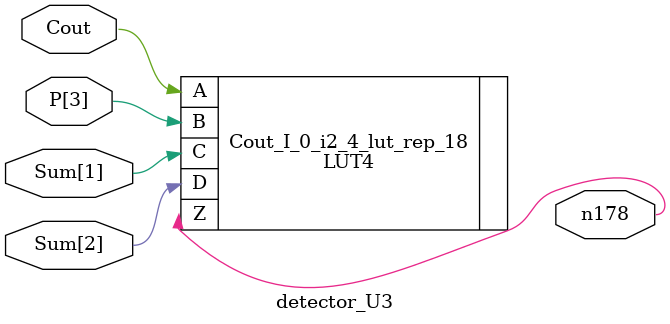
<source format=v>

module bcd_3bits (A, B, Cin, Cout, Sum) /* synthesis syn_module_defined=1 */ ;   // d:/rtl_fpga/verilog/aula21_bcd3bits/bcd_3bits.v(1[8:17])
    input [11:0]A;   // d:/rtl_fpga/verilog/aula21_bcd3bits/bcd_3bits.v(2[14:15])
    input [11:0]B;   // d:/rtl_fpga/verilog/aula21_bcd3bits/bcd_3bits.v(2[16:17])
    input Cin;   // d:/rtl_fpga/verilog/aula21_bcd3bits/bcd_3bits.v(3[7:10])
    output Cout;   // d:/rtl_fpga/verilog/aula21_bcd3bits/bcd_3bits.v(4[8:12])
    output [11:0]Sum;   // d:/rtl_fpga/verilog/aula21_bcd3bits/bcd_3bits.v(5[14:17])
    
    
    wire A_c_11, A_c_10, A_c_9, A_c_8, A_c_7, A_c_6, A_c_5, A_c_4, 
        A_c_3, A_c_2, A_c_1, A_c_0, B_c_11, B_c_10, B_c_9, B_c_8, 
        B_c_7, B_c_6, B_c_5, B_c_4, B_c_3, B_c_2, B_c_1, B_c_0, 
        Cin_c, Sum_c_11, Sum_c_10, Sum_c_9, Sum_c_8, Sum_c_7, Sum_c_6, 
        Sum_c_5, Sum_c_4, Sum_c_3, Sum_c_2, Sum_c_1, Sum_c_0, GND_net, 
        Cout_adj_17, n173, Cout_adj_18, Cout_c;
    wire [3:0]P_adj_54;   // d:/rtl_fpga/verilog/aula21_bcd3bits/bcd_1bit.v(7[12:13])
    wire [3:0]P_adj_79;   // d:/rtl_fpga/verilog/aula21_bcd3bits/bcd_1bit.v(7[12:13])
    
    wire n190, n181, n180, n179, n176, n175, VCC_net;
    
    VLO i163 (.Z(GND_net));
    OB Sum_pad_1 (.I(Sum_c_1), .O(Sum[1]));   // d:/rtl_fpga/verilog/aula21_bcd3bits/bcd_3bits.v(5[14:17])
    OB Sum_pad_2 (.I(Sum_c_2), .O(Sum[2]));   // d:/rtl_fpga/verilog/aula21_bcd3bits/bcd_3bits.v(5[14:17])
    OB Sum_pad_3 (.I(Sum_c_3), .O(Sum[3]));   // d:/rtl_fpga/verilog/aula21_bcd3bits/bcd_3bits.v(5[14:17])
    OB Sum_pad_4 (.I(Sum_c_4), .O(Sum[4]));   // d:/rtl_fpga/verilog/aula21_bcd3bits/bcd_3bits.v(5[14:17])
    OB Sum_pad_5 (.I(Sum_c_5), .O(Sum[5]));   // d:/rtl_fpga/verilog/aula21_bcd3bits/bcd_3bits.v(5[14:17])
    OB Sum_pad_6 (.I(Sum_c_6), .O(Sum[6]));   // d:/rtl_fpga/verilog/aula21_bcd3bits/bcd_3bits.v(5[14:17])
    OB Sum_pad_7 (.I(Sum_c_7), .O(Sum[7]));   // d:/rtl_fpga/verilog/aula21_bcd3bits/bcd_3bits.v(5[14:17])
    OB Sum_pad_8 (.I(Sum_c_8), .O(Sum[8]));   // d:/rtl_fpga/verilog/aula21_bcd3bits/bcd_3bits.v(5[14:17])
    OB Sum_pad_9 (.I(Sum_c_9), .O(Sum[9]));   // d:/rtl_fpga/verilog/aula21_bcd3bits/bcd_3bits.v(5[14:17])
    OB Sum_pad_10 (.I(Sum_c_10), .O(Sum[10]));   // d:/rtl_fpga/verilog/aula21_bcd3bits/bcd_3bits.v(5[14:17])
    OB Sum_pad_11 (.I(Sum_c_11), .O(Sum[11]));   // d:/rtl_fpga/verilog/aula21_bcd3bits/bcd_3bits.v(5[14:17])
    GSR GSR_INST (.GSR(VCC_net));
    OB Cout_pad (.I(Cout_c), .O(Cout));   // d:/rtl_fpga/verilog/aula21_bcd3bits/bcd_3bits.v(4[8:12])
    OB Sum_pad_0 (.I(Sum_c_0), .O(Sum[0]));   // d:/rtl_fpga/verilog/aula21_bcd3bits/bcd_3bits.v(5[14:17])
    IB A_pad_11 (.I(A[11]), .O(A_c_11));   // d:/rtl_fpga/verilog/aula21_bcd3bits/bcd_3bits.v(2[14:15])
    IB A_pad_10 (.I(A[10]), .O(A_c_10));   // d:/rtl_fpga/verilog/aula21_bcd3bits/bcd_3bits.v(2[14:15])
    IB A_pad_9 (.I(A[9]), .O(A_c_9));   // d:/rtl_fpga/verilog/aula21_bcd3bits/bcd_3bits.v(2[14:15])
    IB A_pad_8 (.I(A[8]), .O(A_c_8));   // d:/rtl_fpga/verilog/aula21_bcd3bits/bcd_3bits.v(2[14:15])
    IB A_pad_7 (.I(A[7]), .O(A_c_7));   // d:/rtl_fpga/verilog/aula21_bcd3bits/bcd_3bits.v(2[14:15])
    IB A_pad_6 (.I(A[6]), .O(A_c_6));   // d:/rtl_fpga/verilog/aula21_bcd3bits/bcd_3bits.v(2[14:15])
    IB A_pad_5 (.I(A[5]), .O(A_c_5));   // d:/rtl_fpga/verilog/aula21_bcd3bits/bcd_3bits.v(2[14:15])
    IB A_pad_4 (.I(A[4]), .O(A_c_4));   // d:/rtl_fpga/verilog/aula21_bcd3bits/bcd_3bits.v(2[14:15])
    IB A_pad_3 (.I(A[3]), .O(A_c_3));   // d:/rtl_fpga/verilog/aula21_bcd3bits/bcd_3bits.v(2[14:15])
    IB A_pad_2 (.I(A[2]), .O(A_c_2));   // d:/rtl_fpga/verilog/aula21_bcd3bits/bcd_3bits.v(2[14:15])
    IB A_pad_1 (.I(A[1]), .O(A_c_1));   // d:/rtl_fpga/verilog/aula21_bcd3bits/bcd_3bits.v(2[14:15])
    IB A_pad_0 (.I(A[0]), .O(A_c_0));   // d:/rtl_fpga/verilog/aula21_bcd3bits/bcd_3bits.v(2[14:15])
    IB B_pad_11 (.I(B[11]), .O(B_c_11));   // d:/rtl_fpga/verilog/aula21_bcd3bits/bcd_3bits.v(2[16:17])
    IB B_pad_10 (.I(B[10]), .O(B_c_10));   // d:/rtl_fpga/verilog/aula21_bcd3bits/bcd_3bits.v(2[16:17])
    IB B_pad_9 (.I(B[9]), .O(B_c_9));   // d:/rtl_fpga/verilog/aula21_bcd3bits/bcd_3bits.v(2[16:17])
    IB B_pad_8 (.I(B[8]), .O(B_c_8));   // d:/rtl_fpga/verilog/aula21_bcd3bits/bcd_3bits.v(2[16:17])
    IB B_pad_7 (.I(B[7]), .O(B_c_7));   // d:/rtl_fpga/verilog/aula21_bcd3bits/bcd_3bits.v(2[16:17])
    IB B_pad_6 (.I(B[6]), .O(B_c_6));   // d:/rtl_fpga/verilog/aula21_bcd3bits/bcd_3bits.v(2[16:17])
    IB B_pad_5 (.I(B[5]), .O(B_c_5));   // d:/rtl_fpga/verilog/aula21_bcd3bits/bcd_3bits.v(2[16:17])
    IB B_pad_4 (.I(B[4]), .O(B_c_4));   // d:/rtl_fpga/verilog/aula21_bcd3bits/bcd_3bits.v(2[16:17])
    IB B_pad_3 (.I(B[3]), .O(B_c_3));   // d:/rtl_fpga/verilog/aula21_bcd3bits/bcd_3bits.v(2[16:17])
    IB B_pad_2 (.I(B[2]), .O(B_c_2));   // d:/rtl_fpga/verilog/aula21_bcd3bits/bcd_3bits.v(2[16:17])
    IB B_pad_1 (.I(B[1]), .O(B_c_1));   // d:/rtl_fpga/verilog/aula21_bcd3bits/bcd_3bits.v(2[16:17])
    IB B_pad_0 (.I(B[0]), .O(B_c_0));   // d:/rtl_fpga/verilog/aula21_bcd3bits/bcd_3bits.v(2[16:17])
    IB Cin_pad (.I(Cin), .O(Cin_c));   // d:/rtl_fpga/verilog/aula21_bcd3bits/bcd_3bits.v(3[7:10])
    sum_correction OP3 (.Cout_c(Cout_c), .n173(n173), .Sum_c_10(Sum_c_10), 
            .Cout(Cout_adj_17), .Sum_c_9(Sum_c_9), .Sum_c_11(Sum_c_11), 
            .A_c_9(A_c_9), .B_c_9(B_c_9), .A_c_11(A_c_11), .B_c_11(B_c_11), 
            .A_c_10(A_c_10), .B_c_10(B_c_10), .A_c_8(A_c_8), .B_c_8(B_c_8), 
            .n190(n190), .n176(n176), .\P[3] (P_adj_54[3]), .n175(n175)) /* synthesis syn_module_defined=1 */ ;   // d:/rtl_fpga/verilog/aula21_bcd3bits/bcd_3bits.v(11[16:92])
    sum_correction_U8 OP1 (.Cout(Cout_adj_18), .\P[0] (P_adj_79[0]), .n179(n179), 
            .Sum_c_4(Sum_c_4), .Sum_c_2(Sum_c_2), .n181(n181), .Sum_c_3(Sum_c_3), 
            .Sum_c_1(Sum_c_1), .A_c_1(A_c_1), .B_c_1(B_c_1), .n180(n180), 
            .A_c_0(A_c_0), .B_c_0(B_c_0), .Cin_c(Cin_c), .Sum_c_0(Sum_c_0), 
            .A_c_3(A_c_3), .B_c_3(B_c_3), .A_c_2(A_c_2), .B_c_2(B_c_2)) /* synthesis syn_module_defined=1 */ ;   // d:/rtl_fpga/verilog/aula21_bcd3bits/bcd_3bits.v(13[16:88])
    sum_correction_U7 OP2 (.\P[3] (P_adj_54[3]), .n176(n176), .Cout(Cout_adj_17), 
            .n190(n190), .n173(n173), .Sum_c_8(Sum_c_8), .n175(n175), 
            .Sum_c_7(Sum_c_7), .n179(n179), .Sum_c_6(Sum_c_6), .n180(n180), 
            .Cout_adj_2(Cout_adj_18), .Sum_c_5(Sum_c_5), .A_c_4(A_c_4), 
            .B_c_4(B_c_4), .\P[0] (P_adj_79[0]), .A_c_5(A_c_5), .B_c_5(B_c_5), 
            .A_c_7(A_c_7), .B_c_7(B_c_7), .A_c_6(A_c_6), .B_c_6(B_c_6), 
            .n181(n181)) /* synthesis syn_module_defined=1 */ ;   // d:/rtl_fpga/verilog/aula21_bcd3bits/bcd_3bits.v(12[16:90])
    PUR PUR_INST (.PUR(VCC_net));
    defparam PUR_INST.RST_PULSE = 1;
    VHI i164 (.Z(VCC_net));
    
endmodule
//
// Verilog Description of module sum_correction
//

module sum_correction (Cout_c, n173, Sum_c_10, Cout, Sum_c_9, Sum_c_11, 
            A_c_9, B_c_9, A_c_11, B_c_11, A_c_10, B_c_10, A_c_8, 
            B_c_8, n190, n176, \P[3] , n175) /* synthesis syn_module_defined=1 */ ;
    output Cout_c;
    input n173;
    output Sum_c_10;
    output Cout;
    output Sum_c_9;
    output Sum_c_11;
    input A_c_9;
    input B_c_9;
    input A_c_11;
    input B_c_11;
    input A_c_10;
    input B_c_10;
    input A_c_8;
    input B_c_8;
    output n190;
    input n176;
    input \P[3] ;
    input n175;
    
    wire [3:0]Sum;   // d:/rtl_fpga/verilog/aula21_bcd3bits/sum_correction.v(9[11:14])
    
    wire n172;
    wire [3:0]P;   // d:/rtl_fpga/verilog/aula21_bcd3bits/bcd_1bit.v(7[12:13])
    
    wire n174;
    
    bcd_1bit S2 (.\Sum[2] (Sum[2]), .n172(n172), .\P[3] (P[3]), .Cout_c(Cout_c), 
            .\Sum[1] (Sum[1]), .n173(n173), .Sum_c_10(Sum_c_10), .n174(n174), 
            .Cout(Cout), .Sum_c_9(Sum_c_9), .Sum_c_11(Sum_c_11)) /* synthesis syn_module_defined=1 */ ;   // d:/rtl_fpga/verilog/aula21_bcd3bits/sum_correction.v(14[10:72])
    bcd_1bit_U0 S1 (.A_c_9(A_c_9), .B_c_9(B_c_9), .\Sum[1] (Sum[1]), .A_c_11(A_c_11), 
            .B_c_11(B_c_11), .\P[3] (P[3]), .A_c_10(A_c_10), .B_c_10(B_c_10), 
            .\Sum[2] (Sum[2]), .A_c_8(A_c_8), .B_c_8(B_c_8), .n190(n190), 
            .n176(n176), .\P[3]_adj_4 (\P[3] ), .n174(n174), .n175(n175), 
            .Cout(Cout)) /* synthesis syn_module_defined=1 */ ;   // d:/rtl_fpga/verilog/aula21_bcd3bits/sum_correction.v(12[10:57])
    detector D1 (.Cout(Cout), .\P[3] (P[3]), .\Sum[1] (Sum[1]), .\Sum[2] (Sum[2]), 
            .n172(n172)) /* synthesis syn_module_defined=1 */ ;   // d:/rtl_fpga/verilog/aula21_bcd3bits/sum_correction.v(13[10:57])
    
endmodule
//
// Verilog Description of module bcd_1bit
//

module bcd_1bit (\Sum[2] , n172, \P[3] , Cout_c, \Sum[1] , n173, 
            Sum_c_10, n174, Cout, Sum_c_9, Sum_c_11) /* synthesis syn_module_defined=1 */ ;
    input \Sum[2] ;
    input n172;
    input \P[3] ;
    output Cout_c;
    input \Sum[1] ;
    input n173;
    output Sum_c_10;
    input n174;
    input Cout;
    output Sum_c_9;
    output Sum_c_11;
    
    
    wire n171;
    
    LUT4 P_3__I_0_2_lut_4_lut (.A(\Sum[2] ), .B(n172), .C(n171), .D(\P[3] ), 
         .Z(Cout_c)) /* synthesis lut_function=(A (B (D)+!B (C (D)))+!A (B (C (D)))) */ ;   // d:/rtl_fpga/verilog/aula21_bcd3bits/bcd_1bit.v(11[12:17])
    defparam P_3__I_0_2_lut_4_lut.init = 16'he800;
    LUT4 P_3__I_0_18_i3_2_lut_3_lut_4_lut (.A(\Sum[1] ), .B(n172), .C(n173), 
         .D(\Sum[2] ), .Z(Sum_c_10)) /* synthesis lut_function=(A (B (D)+!B !(C (D)+!C !(D)))+!A (B (C (D)+!C !(D))+!B (D))) */ ;   // d:/rtl_fpga/verilog/aula21_bcd3bits/bcd_1bit.v(11[12:17])
    defparam P_3__I_0_18_i3_2_lut_3_lut_4_lut.init = 16'hdb24;
    LUT4 P_3__I_0_18_i2_2_lut_3_lut_4_lut (.A(n174), .B(Cout), .C(n172), 
         .D(\Sum[1] ), .Z(Sum_c_9)) /* synthesis lut_function=(A (B (C (D)+!C !(D))+!B !(C (D)+!C !(D)))+!A !(C (D)+!C !(D))) */ ;   // d:/rtl_fpga/verilog/aula21_bcd3bits/bcd_1bit.v(17[26:39])
    defparam P_3__I_0_18_i2_2_lut_3_lut_4_lut.init = 16'h8778;
    LUT4 G_2__I_0_i2_4_lut_3_lut_rep_11_4_lut (.A(n174), .B(Cout), .C(n172), 
         .D(\Sum[1] ), .Z(n171)) /* synthesis lut_function=(A (B (C+(D))+!B (C (D)))+!A (C (D))) */ ;   // d:/rtl_fpga/verilog/aula21_bcd3bits/bcd_1bit.v(17[26:39])
    defparam G_2__I_0_i2_4_lut_3_lut_rep_11_4_lut.init = 16'hf880;
    LUT4 P_3__I_0_18_i4_2_lut_4_lut (.A(\Sum[2] ), .B(n172), .C(n171), 
         .D(\P[3] ), .Z(Sum_c_11)) /* synthesis lut_function=(!(A (B (D)+!B (C (D)+!C !(D)))+!A (B (C (D)+!C !(D))+!B !(D)))) */ ;   // d:/rtl_fpga/verilog/aula21_bcd3bits/bcd_1bit.v(11[12:17])
    defparam P_3__I_0_18_i4_2_lut_4_lut.init = 16'h17e8;
    
endmodule
//
// Verilog Description of module bcd_1bit_U0
//

module bcd_1bit_U0 (A_c_9, B_c_9, \Sum[1] , A_c_11, B_c_11, \P[3] , 
            A_c_10, B_c_10, \Sum[2] , A_c_8, B_c_8, n190, n176, 
            \P[3]_adj_4 , n174, n175, Cout) /* synthesis syn_module_defined=1 */ ;
    input A_c_9;
    input B_c_9;
    output \Sum[1] ;
    input A_c_11;
    input B_c_11;
    output \P[3] ;
    input A_c_10;
    input B_c_10;
    output \Sum[2] ;
    input A_c_8;
    input B_c_8;
    output n190;
    input n176;
    input \P[3]_adj_4 ;
    output n174;
    input n175;
    output Cout;
    
    wire [4:0]C;   // d:/rtl_fpga/verilog/aula21_bcd3bits/bcd_1bit.v(8[12:13])
    
    LUT4 P_3__I_0_18_i2_3_lut (.A(A_c_9), .B(C[1]), .C(B_c_9), .Z(\Sum[1] )) /* synthesis lut_function=(A (B (C)+!B !(C))+!A !(B (C)+!B !(C))) */ ;   // d:/rtl_fpga/verilog/aula21_bcd3bits/bcd_1bit.v(21[14:24])
    defparam P_3__I_0_18_i2_3_lut.init = 16'h9696;
    LUT4 P_3__I_0_18_i4_3_lut (.A(A_c_11), .B(C[3]), .C(B_c_11), .Z(\P[3] )) /* synthesis lut_function=(A (B (C)+!B !(C))+!A !(B (C)+!B !(C))) */ ;   // d:/rtl_fpga/verilog/aula21_bcd3bits/bcd_1bit.v(21[14:24])
    defparam P_3__I_0_18_i4_3_lut.init = 16'h9696;
    LUT4 P_3__I_0_18_i3_3_lut (.A(A_c_10), .B(C[2]), .C(B_c_10), .Z(\Sum[2] )) /* synthesis lut_function=(A (B (C)+!B !(C))+!A !(B (C)+!B !(C))) */ ;   // d:/rtl_fpga/verilog/aula21_bcd3bits/bcd_1bit.v(21[14:24])
    defparam P_3__I_0_18_i3_3_lut.init = 16'h9696;
    LUT4 A_3__I_0_17_i1_2_lut_rep_30 (.A(A_c_8), .B(B_c_8), .Z(n190)) /* synthesis lut_function=(!(A (B)+!A !(B))) */ ;   // d:/rtl_fpga/verilog/aula21_bcd3bits/bcd_1bit.v(11[12:17])
    defparam A_3__I_0_17_i1_2_lut_rep_30.init = 16'h6666;
    LUT4 P_3__I_0_18_i1_2_lut_rep_14_3_lut_4_lut (.A(A_c_8), .B(B_c_8), 
         .C(n176), .D(\P[3]_adj_4 ), .Z(n174)) /* synthesis lut_function=(A (B (C (D))+!B !(C (D)))+!A !(B (C (D))+!B !(C (D)))) */ ;   // d:/rtl_fpga/verilog/aula21_bcd3bits/bcd_1bit.v(11[12:17])
    defparam P_3__I_0_18_i1_2_lut_rep_14_3_lut_4_lut.init = 16'h9666;
    LUT4 G_2__I_0_i1_4_lut_3_lut (.A(A_c_8), .B(B_c_8), .C(n175), .Z(C[1])) /* synthesis lut_function=(A (B+(C))+!A (B (C))) */ ;   // d:/rtl_fpga/verilog/aula21_bcd3bits/bcd_1bit.v(11[12:17])
    defparam G_2__I_0_i1_4_lut_3_lut.init = 16'he8e8;
    LUT4 G_2__I_0_i2_4_lut_3_lut (.A(A_c_9), .B(B_c_9), .C(C[1]), .Z(C[2])) /* synthesis lut_function=(A (B+(C))+!A (B (C))) */ ;   // d:/rtl_fpga/verilog/aula21_bcd3bits/bcd_1bit.v(11[12:17])
    defparam G_2__I_0_i2_4_lut_3_lut.init = 16'he8e8;
    LUT4 G_2__I_0_i3_4_lut_3_lut (.A(A_c_10), .B(B_c_10), .C(C[2]), .Z(C[3])) /* synthesis lut_function=(A (B+(C))+!A (B (C))) */ ;   // d:/rtl_fpga/verilog/aula21_bcd3bits/bcd_1bit.v(11[12:17])
    defparam G_2__I_0_i3_4_lut_3_lut.init = 16'he8e8;
    LUT4 G_3__I_0_4_lut_3_lut (.A(A_c_11), .B(B_c_11), .C(C[3]), .Z(Cout)) /* synthesis lut_function=(A (B+(C))+!A (B (C))) */ ;   // d:/rtl_fpga/verilog/aula21_bcd3bits/bcd_1bit.v(11[12:17])
    defparam G_3__I_0_4_lut_3_lut.init = 16'he8e8;
    
endmodule
//
// Verilog Description of module detector
//

module detector (Cout, \P[3] , \Sum[1] , \Sum[2] , n172) /* synthesis syn_module_defined=1 */ ;
    input Cout;
    input \P[3] ;
    input \Sum[1] ;
    input \Sum[2] ;
    output n172;
    
    
    LUT4 Cout_I_0_i2_4_lut_rep_12 (.A(Cout), .B(\P[3] ), .C(\Sum[1] ), 
         .D(\Sum[2] ), .Z(n172)) /* synthesis lut_function=(A+(B (C+(D)))) */ ;   // d:/rtl_fpga/verilog/aula21_bcd3bits/detector.v(8[27:73])
    defparam Cout_I_0_i2_4_lut_rep_12.init = 16'heeea;
    
endmodule
//
// Verilog Description of module sum_correction_U8
//

module sum_correction_U8 (Cout, \P[0] , n179, Sum_c_4, Sum_c_2, n181, 
            Sum_c_3, Sum_c_1, A_c_1, B_c_1, n180, A_c_0, B_c_0, 
            Cin_c, Sum_c_0, A_c_3, B_c_3, A_c_2, B_c_2) /* synthesis syn_module_defined=1 */ ;
    input Cout;
    input \P[0] ;
    output n179;
    output Sum_c_4;
    output Sum_c_2;
    output n181;
    output Sum_c_3;
    output Sum_c_1;
    input A_c_1;
    input B_c_1;
    output n180;
    input A_c_0;
    input B_c_0;
    input Cin_c;
    output Sum_c_0;
    input A_c_3;
    input B_c_3;
    input A_c_2;
    input B_c_2;
    
    
    wire n186, n183, n187, n185, n184;
    wire [3:0]Sum;   // d:/rtl_fpga/verilog/aula21_bcd3bits/sum_correction.v(9[11:14])
    
    wire n182, n188, Cout_adj_14;
    
    bcd_1bit_U4 S2 (.n186(n186), .n183(n183), .Cout(Cout), .\P[0] (\P[0] ), 
            .n179(n179), .Sum_c_4(Sum_c_4), .n187(n187), .n185(n185), 
            .n184(n184), .\Sum[1] (Sum[1]), .Sum_c_2(Sum_c_2), .n182(n182), 
            .n181(n181), .Sum_c_3(Sum_c_3), .n188(n188), .Cout_adj_3(Cout_adj_14), 
            .Sum_c_1(Sum_c_1)) /* synthesis syn_module_defined=1 */ ;   // d:/rtl_fpga/verilog/aula21_bcd3bits/sum_correction.v(14[10:72])
    bcd_1bit_U5 S1 (.A_c_1(A_c_1), .B_c_1(B_c_1), .\Sum[1] (Sum[1]), .\P[0] (\P[0] ), 
            .n183(n183), .n180(n180), .n182(n182), .n185(n185), .A_c_0(A_c_0), 
            .B_c_0(B_c_0), .Cout(Cout_adj_14), .Cin_c(Cin_c), .n184(n184), 
            .n188(n188), .Sum_c_0(Sum_c_0), .A_c_3(A_c_3), .B_c_3(B_c_3), 
            .n186(n186), .n187(n187), .A_c_2(A_c_2), .B_c_2(B_c_2)) /* synthesis syn_module_defined=1 */ ;   // d:/rtl_fpga/verilog/aula21_bcd3bits/sum_correction.v(12[10:57])
    detector_U6 D1 (.Cout(Cout_adj_14), .n186(n186), .\Sum[1] (Sum[1]), 
            .n187(n187), .n185(n185)) /* synthesis syn_module_defined=1 */ ;   // d:/rtl_fpga/verilog/aula21_bcd3bits/sum_correction.v(13[10:57])
    
endmodule
//
// Verilog Description of module bcd_1bit_U4
//

module bcd_1bit_U4 (n186, n183, Cout, \P[0] , n179, Sum_c_4, n187, 
            n185, n184, \Sum[1] , Sum_c_2, n182, n181, Sum_c_3, 
            n188, Cout_adj_3, Sum_c_1) /* synthesis syn_module_defined=1 */ ;
    input n186;
    input n183;
    input Cout;
    input \P[0] ;
    output n179;
    output Sum_c_4;
    input n187;
    input n185;
    input n184;
    input \Sum[1] ;
    output Sum_c_2;
    output n182;
    output n181;
    output Sum_c_3;
    input n188;
    input Cout_adj_3;
    output Sum_c_1;
    
    
    LUT4 P_2__I_0_i1_2_lut_rep_19_3_lut_4_lut (.A(n186), .B(n183), .C(Cout), 
         .D(\P[0] ), .Z(n179)) /* synthesis lut_function=(!(A (B ((D)+!C)+!B !(C (D)))+!A !(C (D)))) */ ;   // d:/rtl_fpga/verilog/aula21_bcd3bits/bcd_1bit.v(17[26:39])
    defparam P_2__I_0_i1_2_lut_rep_19_3_lut_4_lut.init = 16'h7080;
    LUT4 P_3__I_0_18_i1_2_lut_3_lut_4_lut (.A(n186), .B(n183), .C(Cout), 
         .D(\P[0] ), .Z(Sum_c_4)) /* synthesis lut_function=(A (B (C (D)+!C !(D))+!B !(C (D)+!C !(D)))+!A !(C (D)+!C !(D))) */ ;   // d:/rtl_fpga/verilog/aula21_bcd3bits/bcd_1bit.v(17[26:39])
    defparam P_3__I_0_18_i1_2_lut_3_lut_4_lut.init = 16'h8778;
    LUT4 P_3__I_0_18_i3_2_lut_4_lut_4_lut (.A(n187), .B(n185), .C(n184), 
         .D(\Sum[1] ), .Z(Sum_c_2)) /* synthesis lut_function=(A (B (C+(D))+!B !(C (D)))+!A !(B (C+(D))+!B !(C (D)))) */ ;   // d:/rtl_fpga/verilog/aula21_bcd3bits/bcd_1bit.v(11[12:17])
    defparam P_3__I_0_18_i3_2_lut_4_lut_4_lut.init = 16'h9aa6;
    LUT4 P_3__I_0_2_lut_rep_21_4_lut (.A(n187), .B(n185), .C(n182), .D(n186), 
         .Z(n181)) /* synthesis lut_function=(A (B (D)+!B (C (D)))+!A (B (C (D)))) */ ;   // d:/rtl_fpga/verilog/aula21_bcd3bits/bcd_1bit.v(11[12:17])
    defparam P_3__I_0_2_lut_rep_21_4_lut.init = 16'he800;
    LUT4 P_3__I_0_18_i4_2_lut_4_lut (.A(n187), .B(n185), .C(n182), .D(n186), 
         .Z(Sum_c_3)) /* synthesis lut_function=(!(A (B (D)+!B (C (D)+!C !(D)))+!A (B (C (D)+!C !(D))+!B !(D)))) */ ;   // d:/rtl_fpga/verilog/aula21_bcd3bits/bcd_1bit.v(11[12:17])
    defparam P_3__I_0_18_i4_2_lut_4_lut.init = 16'h17e8;
    LUT4 P_3__I_0_18_i2_2_lut_3_lut_4_lut (.A(n188), .B(Cout_adj_3), .C(n185), 
         .D(\Sum[1] ), .Z(Sum_c_1)) /* synthesis lut_function=(A (B (C (D)+!C !(D))+!B !(C (D)+!C !(D)))+!A !(C (D)+!C !(D))) */ ;   // d:/rtl_fpga/verilog/aula21_bcd3bits/bcd_1bit.v(17[26:39])
    defparam P_3__I_0_18_i2_2_lut_3_lut_4_lut.init = 16'h8778;
    LUT4 G_2__I_0_i2_4_lut_3_lut_rep_22_4_lut (.A(n188), .B(Cout_adj_3), 
         .C(n185), .D(\Sum[1] ), .Z(n182)) /* synthesis lut_function=(A (B (C+(D))+!B (C (D)))+!A (C (D))) */ ;   // d:/rtl_fpga/verilog/aula21_bcd3bits/bcd_1bit.v(17[26:39])
    defparam G_2__I_0_i2_4_lut_3_lut_rep_22_4_lut.init = 16'hf880;
    
endmodule
//
// Verilog Description of module bcd_1bit_U5
//

module bcd_1bit_U5 (A_c_1, B_c_1, \Sum[1] , \P[0] , n183, n180, 
            n182, n185, A_c_0, B_c_0, Cout, Cin_c, n184, n188, 
            Sum_c_0, A_c_3, B_c_3, n186, n187, A_c_2, B_c_2) /* synthesis syn_module_defined=1 */ ;
    input A_c_1;
    input B_c_1;
    output \Sum[1] ;
    input \P[0] ;
    output n183;
    output n180;
    input n182;
    input n185;
    input A_c_0;
    input B_c_0;
    output Cout;
    input Cin_c;
    output n184;
    output n188;
    output Sum_c_0;
    input A_c_3;
    input B_c_3;
    output n186;
    output n187;
    input A_c_2;
    input B_c_2;
    
    wire [4:0]C;   // d:/rtl_fpga/verilog/aula21_bcd3bits/bcd_1bit.v(8[12:13])
    
    wire n189, n192, n191;
    
    LUT4 P_3__I_0_18_i2_3_lut (.A(A_c_1), .B(C[1]), .C(B_c_1), .Z(\Sum[1] )) /* synthesis lut_function=(A (B (C)+!B !(C))+!A !(B (C)+!B !(C))) */ ;   // d:/rtl_fpga/verilog/aula21_bcd3bits/bcd_1bit.v(21[14:24])
    defparam P_3__I_0_18_i2_3_lut.init = 16'h9696;
    LUT4 P_3__I_0_18_i1_2_lut_rep_20_3_lut_4_lut (.A(n189), .B(C[3]), .C(\P[0] ), 
         .D(n183), .Z(n180)) /* synthesis lut_function=(A (B (C)+!B !(C (D)+!C !(D)))+!A !(B (C (D)+!C !(D))+!B !(C))) */ ;   // d:/rtl_fpga/verilog/aula21_bcd3bits/bcd_1bit.v(21[14:24])
    defparam P_3__I_0_18_i1_2_lut_rep_20_3_lut_4_lut.init = 16'h96f0;
    LUT4 G_2__I_0_i3_4_lut_3_lut_rep_23_4_lut (.A(n192), .B(n191), .C(n182), 
         .D(n185), .Z(n183)) /* synthesis lut_function=(A (B (C (D))+!B (C+(D)))+!A (B (C+(D))+!B (C (D)))) */ ;   // d:/rtl_fpga/verilog/aula21_bcd3bits/bcd_1bit.v(21[14:24])
    defparam G_2__I_0_i3_4_lut_3_lut_rep_23_4_lut.init = 16'hf660;
    LUT4 P_2__I_0_i1_2_lut_rep_24_3_lut_4_lut (.A(A_c_0), .B(B_c_0), .C(Cout), 
         .D(Cin_c), .Z(n184)) /* synthesis lut_function=(A (B (C (D))+!B !((D)+!C))+!A !(B ((D)+!C)+!B !(C (D)))) */ ;   // d:/rtl_fpga/verilog/aula21_bcd3bits/bcd_1bit.v(11[12:17])
    defparam P_2__I_0_i1_2_lut_rep_24_3_lut_4_lut.init = 16'h9060;
    LUT4 P_3__I_0_18_i1_2_lut_rep_28_3_lut (.A(A_c_0), .B(B_c_0), .C(Cin_c), 
         .Z(n188)) /* synthesis lut_function=(A (B (C)+!B !(C))+!A !(B (C)+!B !(C))) */ ;   // d:/rtl_fpga/verilog/aula21_bcd3bits/bcd_1bit.v(11[12:17])
    defparam P_3__I_0_18_i1_2_lut_rep_28_3_lut.init = 16'h9696;
    LUT4 G_2__I_0_i1_4_lut_3_lut (.A(A_c_0), .B(B_c_0), .C(Cin_c), .Z(C[1])) /* synthesis lut_function=(A (B+(C))+!A (B (C))) */ ;   // d:/rtl_fpga/verilog/aula21_bcd3bits/bcd_1bit.v(11[12:17])
    defparam G_2__I_0_i1_4_lut_3_lut.init = 16'he8e8;
    LUT4 P_3__I_0_18_i1_2_lut_3_lut_4_lut (.A(A_c_0), .B(B_c_0), .C(Cout), 
         .D(Cin_c), .Z(Sum_c_0)) /* synthesis lut_function=(!(A (B (C (D)+!C !(D))+!B !(C (D)+!C !(D)))+!A !(B (C (D)+!C !(D))+!B !(C (D)+!C !(D))))) */ ;   // d:/rtl_fpga/verilog/aula21_bcd3bits/bcd_1bit.v(11[12:17])
    defparam P_3__I_0_18_i1_2_lut_3_lut_4_lut.init = 16'h6996;
    LUT4 A_3__I_0_17_i4_2_lut_rep_29 (.A(A_c_3), .B(B_c_3), .Z(n189)) /* synthesis lut_function=(!(A (B)+!A !(B))) */ ;   // d:/rtl_fpga/verilog/aula21_bcd3bits/bcd_1bit.v(11[12:17])
    defparam A_3__I_0_17_i4_2_lut_rep_29.init = 16'h6666;
    LUT4 P_3__I_0_18_i4_2_lut_rep_26_3_lut (.A(A_c_3), .B(B_c_3), .C(C[3]), 
         .Z(n186)) /* synthesis lut_function=(A (B (C)+!B !(C))+!A !(B (C)+!B !(C))) */ ;   // d:/rtl_fpga/verilog/aula21_bcd3bits/bcd_1bit.v(11[12:17])
    defparam P_3__I_0_18_i4_2_lut_rep_26_3_lut.init = 16'h9696;
    LUT4 G_3__I_0_4_lut_3_lut (.A(A_c_3), .B(B_c_3), .C(C[3]), .Z(Cout)) /* synthesis lut_function=(A (B+(C))+!A (B (C))) */ ;   // d:/rtl_fpga/verilog/aula21_bcd3bits/bcd_1bit.v(11[12:17])
    defparam G_3__I_0_4_lut_3_lut.init = 16'he8e8;
    LUT4 G_2__I_0_i2_4_lut_3_lut_rep_31 (.A(A_c_1), .B(B_c_1), .C(C[1]), 
         .Z(n191)) /* synthesis lut_function=(A (B+(C))+!A (B (C))) */ ;   // d:/rtl_fpga/verilog/aula21_bcd3bits/bcd_1bit.v(11[12:17])
    defparam G_2__I_0_i2_4_lut_3_lut_rep_31.init = 16'he8e8;
    LUT4 P_3__I_0_18_i3_2_lut_rep_27_4_lut (.A(A_c_1), .B(B_c_1), .C(C[1]), 
         .D(n192), .Z(n187)) /* synthesis lut_function=(!(A (B (D)+!B (C (D)+!C !(D)))+!A (B (C (D)+!C !(D))+!B !(D)))) */ ;   // d:/rtl_fpga/verilog/aula21_bcd3bits/bcd_1bit.v(11[12:17])
    defparam P_3__I_0_18_i3_2_lut_rep_27_4_lut.init = 16'h17e8;
    LUT4 A_3__I_0_17_i3_2_lut_rep_32 (.A(A_c_2), .B(B_c_2), .Z(n192)) /* synthesis lut_function=(!(A (B)+!A !(B))) */ ;   // d:/rtl_fpga/verilog/aula21_bcd3bits/bcd_1bit.v(11[12:17])
    defparam A_3__I_0_17_i3_2_lut_rep_32.init = 16'h6666;
    LUT4 G_2__I_0_i3_4_lut_3_lut (.A(A_c_2), .B(B_c_2), .C(n191), .Z(C[3])) /* synthesis lut_function=(A (B+(C))+!A (B (C))) */ ;   // d:/rtl_fpga/verilog/aula21_bcd3bits/bcd_1bit.v(11[12:17])
    defparam G_2__I_0_i3_4_lut_3_lut.init = 16'he8e8;
    
endmodule
//
// Verilog Description of module detector_U6
//

module detector_U6 (Cout, n186, \Sum[1] , n187, n185) /* synthesis syn_module_defined=1 */ ;
    input Cout;
    input n186;
    input \Sum[1] ;
    input n187;
    output n185;
    
    
    LUT4 Cout_I_0_i2_4_lut_rep_25 (.A(Cout), .B(n186), .C(\Sum[1] ), .D(n187), 
         .Z(n185)) /* synthesis lut_function=(A+(B (C+(D)))) */ ;   // d:/rtl_fpga/verilog/aula21_bcd3bits/detector.v(8[27:73])
    defparam Cout_I_0_i2_4_lut_rep_25.init = 16'heeea;
    
endmodule
//
// Verilog Description of module sum_correction_U7
//

module sum_correction_U7 (\P[3] , n176, Cout, n190, n173, Sum_c_8, 
            n175, Sum_c_7, n179, Sum_c_6, n180, Cout_adj_2, Sum_c_5, 
            A_c_4, B_c_4, \P[0] , A_c_5, B_c_5, A_c_7, B_c_7, 
            A_c_6, B_c_6, n181) /* synthesis syn_module_defined=1 */ ;
    output \P[3] ;
    output n176;
    input Cout;
    input n190;
    output n173;
    output Sum_c_8;
    output n175;
    output Sum_c_7;
    input n179;
    output Sum_c_6;
    input n180;
    output Cout_adj_2;
    output Sum_c_5;
    input A_c_4;
    input B_c_4;
    output \P[0] ;
    input A_c_5;
    input B_c_5;
    input A_c_7;
    input B_c_7;
    input A_c_6;
    input B_c_6;
    input n181;
    
    wire [3:0]Sum;   // d:/rtl_fpga/verilog/aula21_bcd3bits/sum_correction.v(9[11:14])
    
    wire n178;
    
    bcd_1bit_U1 S2 (.\P[3] (\P[3] ), .n176(n176), .Cout(Cout), .n190(n190), 
            .n173(n173), .Sum_c_8(Sum_c_8), .\Sum[2] (Sum[2]), .n178(n178), 
            .n175(n175), .Sum_c_7(Sum_c_7), .\Sum[1] (Sum[1]), .n179(n179), 
            .Sum_c_6(Sum_c_6), .n180(n180), .Cout_adj_1(Cout_adj_2), .Sum_c_5(Sum_c_5)) /* synthesis syn_module_defined=1 */ ;   // d:/rtl_fpga/verilog/aula21_bcd3bits/sum_correction.v(14[10:72])
    bcd_1bit_U2 S1 (.A_c_4(A_c_4), .B_c_4(B_c_4), .\P[0] (\P[0] ), .A_c_5(A_c_5), 
            .B_c_5(B_c_5), .\Sum[1] (Sum[1]), .A_c_7(A_c_7), .B_c_7(B_c_7), 
            .\P[3] (\P[3] ), .A_c_6(A_c_6), .B_c_6(B_c_6), .\Sum[2] (Sum[2]), 
            .n181(n181), .Cout(Cout_adj_2)) /* synthesis syn_module_defined=1 */ ;   // d:/rtl_fpga/verilog/aula21_bcd3bits/sum_correction.v(12[10:57])
    detector_U3 D1 (.Cout(Cout_adj_2), .\P[3] (\P[3] ), .\Sum[1] (Sum[1]), 
            .\Sum[2] (Sum[2]), .n178(n178)) /* synthesis syn_module_defined=1 */ ;   // d:/rtl_fpga/verilog/aula21_bcd3bits/sum_correction.v(13[10:57])
    
endmodule
//
// Verilog Description of module bcd_1bit_U1
//

module bcd_1bit_U1 (\P[3] , n176, Cout, n190, n173, Sum_c_8, \Sum[2] , 
            n178, n175, Sum_c_7, \Sum[1] , n179, Sum_c_6, n180, 
            Cout_adj_1, Sum_c_5) /* synthesis syn_module_defined=1 */ ;
    input \P[3] ;
    output n176;
    input Cout;
    input n190;
    output n173;
    output Sum_c_8;
    input \Sum[2] ;
    input n178;
    output n175;
    output Sum_c_7;
    input \Sum[1] ;
    input n179;
    output Sum_c_6;
    input n180;
    input Cout_adj_1;
    output Sum_c_5;
    
    
    wire n177;
    
    LUT4 P_2__I_0_i1_2_lut_rep_13_3_lut_4_lut (.A(\P[3] ), .B(n176), .C(Cout), 
         .D(n190), .Z(n173)) /* synthesis lut_function=(!(A (B ((D)+!C)+!B !(C (D)))+!A !(C (D)))) */ ;   // d:/rtl_fpga/verilog/aula21_bcd3bits/bcd_1bit.v(17[26:39])
    defparam P_2__I_0_i1_2_lut_rep_13_3_lut_4_lut.init = 16'h7080;
    LUT4 P_3__I_0_18_i1_2_lut_3_lut_4_lut (.A(\P[3] ), .B(n176), .C(Cout), 
         .D(n190), .Z(Sum_c_8)) /* synthesis lut_function=(A (B (C (D)+!C !(D))+!B !(C (D)+!C !(D)))+!A !(C (D)+!C !(D))) */ ;   // d:/rtl_fpga/verilog/aula21_bcd3bits/bcd_1bit.v(17[26:39])
    defparam P_3__I_0_18_i1_2_lut_3_lut_4_lut.init = 16'h8778;
    LUT4 P_3__I_0_2_lut_rep_15_4_lut (.A(\Sum[2] ), .B(n178), .C(n177), 
         .D(\P[3] ), .Z(n175)) /* synthesis lut_function=(A (B (D)+!B (C (D)))+!A (B (C (D)))) */ ;   // d:/rtl_fpga/verilog/aula21_bcd3bits/bcd_1bit.v(11[12:17])
    defparam P_3__I_0_2_lut_rep_15_4_lut.init = 16'he800;
    LUT4 P_3__I_0_18_i4_2_lut_4_lut (.A(\Sum[2] ), .B(n178), .C(n177), 
         .D(\P[3] ), .Z(Sum_c_7)) /* synthesis lut_function=(!(A (B (D)+!B (C (D)+!C !(D)))+!A (B (C (D)+!C !(D))+!B !(D)))) */ ;   // d:/rtl_fpga/verilog/aula21_bcd3bits/bcd_1bit.v(11[12:17])
    defparam P_3__I_0_18_i4_2_lut_4_lut.init = 16'h17e8;
    LUT4 P_3__I_0_18_i3_2_lut_3_lut_4_lut (.A(\Sum[1] ), .B(n178), .C(n179), 
         .D(\Sum[2] ), .Z(Sum_c_6)) /* synthesis lut_function=(A (B (D)+!B !(C (D)+!C !(D)))+!A (B (C (D)+!C !(D))+!B (D))) */ ;   // d:/rtl_fpga/verilog/aula21_bcd3bits/bcd_1bit.v(11[12:17])
    defparam P_3__I_0_18_i3_2_lut_3_lut_4_lut.init = 16'hdb24;
    LUT4 G_2__I_0_i3_4_lut_3_lut_rep_16_4_lut (.A(\Sum[1] ), .B(n178), .C(n179), 
         .D(\Sum[2] ), .Z(n176)) /* synthesis lut_function=(A (B+(C (D)))+!A (B (C+(D)))) */ ;   // d:/rtl_fpga/verilog/aula21_bcd3bits/bcd_1bit.v(11[12:17])
    defparam G_2__I_0_i3_4_lut_3_lut_rep_16_4_lut.init = 16'hecc8;
    LUT4 P_3__I_0_18_i2_2_lut_3_lut_4_lut (.A(n180), .B(Cout_adj_1), .C(n178), 
         .D(\Sum[1] ), .Z(Sum_c_5)) /* synthesis lut_function=(A (B (C (D)+!C !(D))+!B !(C (D)+!C !(D)))+!A !(C (D)+!C !(D))) */ ;   // d:/rtl_fpga/verilog/aula21_bcd3bits/bcd_1bit.v(17[26:39])
    defparam P_3__I_0_18_i2_2_lut_3_lut_4_lut.init = 16'h8778;
    LUT4 G_2__I_0_i2_4_lut_3_lut_rep_17_4_lut (.A(n180), .B(Cout_adj_1), 
         .C(n178), .D(\Sum[1] ), .Z(n177)) /* synthesis lut_function=(A (B (C+(D))+!B (C (D)))+!A (C (D))) */ ;   // d:/rtl_fpga/verilog/aula21_bcd3bits/bcd_1bit.v(17[26:39])
    defparam G_2__I_0_i2_4_lut_3_lut_rep_17_4_lut.init = 16'hf880;
    
endmodule
//
// Verilog Description of module bcd_1bit_U2
//

module bcd_1bit_U2 (A_c_4, B_c_4, \P[0] , A_c_5, B_c_5, \Sum[1] , 
            A_c_7, B_c_7, \P[3] , A_c_6, B_c_6, \Sum[2] , n181, 
            Cout) /* synthesis syn_module_defined=1 */ ;
    input A_c_4;
    input B_c_4;
    output \P[0] ;
    input A_c_5;
    input B_c_5;
    output \Sum[1] ;
    input A_c_7;
    input B_c_7;
    output \P[3] ;
    input A_c_6;
    input B_c_6;
    output \Sum[2] ;
    input n181;
    output Cout;
    
    wire [4:0]C;   // d:/rtl_fpga/verilog/aula21_bcd3bits/bcd_1bit.v(8[12:13])
    
    LUT4 A_3__I_0_17_i1_2_lut (.A(A_c_4), .B(B_c_4), .Z(\P[0] )) /* synthesis lut_function=(!(A (B)+!A !(B))) */ ;   // d:/rtl_fpga/verilog/aula21_bcd3bits/bcd_1bit.v(11[12:17])
    defparam A_3__I_0_17_i1_2_lut.init = 16'h6666;
    LUT4 P_3__I_0_18_i2_3_lut (.A(A_c_5), .B(C[1]), .C(B_c_5), .Z(\Sum[1] )) /* synthesis lut_function=(A (B (C)+!B !(C))+!A !(B (C)+!B !(C))) */ ;   // d:/rtl_fpga/verilog/aula21_bcd3bits/bcd_1bit.v(21[14:24])
    defparam P_3__I_0_18_i2_3_lut.init = 16'h9696;
    LUT4 P_3__I_0_18_i4_3_lut (.A(A_c_7), .B(C[3]), .C(B_c_7), .Z(\P[3] )) /* synthesis lut_function=(A (B (C)+!B !(C))+!A !(B (C)+!B !(C))) */ ;   // d:/rtl_fpga/verilog/aula21_bcd3bits/bcd_1bit.v(21[14:24])
    defparam P_3__I_0_18_i4_3_lut.init = 16'h9696;
    LUT4 P_3__I_0_18_i3_3_lut (.A(A_c_6), .B(C[2]), .C(B_c_6), .Z(\Sum[2] )) /* synthesis lut_function=(A (B (C)+!B !(C))+!A !(B (C)+!B !(C))) */ ;   // d:/rtl_fpga/verilog/aula21_bcd3bits/bcd_1bit.v(21[14:24])
    defparam P_3__I_0_18_i3_3_lut.init = 16'h9696;
    LUT4 G_2__I_0_i1_4_lut_3_lut (.A(A_c_4), .B(B_c_4), .C(n181), .Z(C[1])) /* synthesis lut_function=(A (B+(C))+!A (B (C))) */ ;   // d:/rtl_fpga/verilog/aula21_bcd3bits/bcd_1bit.v(11[12:17])
    defparam G_2__I_0_i1_4_lut_3_lut.init = 16'he8e8;
    LUT4 G_2__I_0_i2_4_lut_3_lut (.A(A_c_5), .B(B_c_5), .C(C[1]), .Z(C[2])) /* synthesis lut_function=(A (B+(C))+!A (B (C))) */ ;   // d:/rtl_fpga/verilog/aula21_bcd3bits/bcd_1bit.v(11[12:17])
    defparam G_2__I_0_i2_4_lut_3_lut.init = 16'he8e8;
    LUT4 G_2__I_0_i3_4_lut_3_lut (.A(A_c_6), .B(B_c_6), .C(C[2]), .Z(C[3])) /* synthesis lut_function=(A (B+(C))+!A (B (C))) */ ;   // d:/rtl_fpga/verilog/aula21_bcd3bits/bcd_1bit.v(11[12:17])
    defparam G_2__I_0_i3_4_lut_3_lut.init = 16'he8e8;
    LUT4 G_3__I_0_4_lut_3_lut (.A(A_c_7), .B(B_c_7), .C(C[3]), .Z(Cout)) /* synthesis lut_function=(A (B+(C))+!A (B (C))) */ ;   // d:/rtl_fpga/verilog/aula21_bcd3bits/bcd_1bit.v(11[12:17])
    defparam G_3__I_0_4_lut_3_lut.init = 16'he8e8;
    
endmodule
//
// Verilog Description of module detector_U3
//

module detector_U3 (Cout, \P[3] , \Sum[1] , \Sum[2] , n178) /* synthesis syn_module_defined=1 */ ;
    input Cout;
    input \P[3] ;
    input \Sum[1] ;
    input \Sum[2] ;
    output n178;
    
    
    LUT4 Cout_I_0_i2_4_lut_rep_18 (.A(Cout), .B(\P[3] ), .C(\Sum[1] ), 
         .D(\Sum[2] ), .Z(n178)) /* synthesis lut_function=(A+(B (C+(D)))) */ ;   // d:/rtl_fpga/verilog/aula21_bcd3bits/detector.v(8[27:73])
    defparam Cout_I_0_i2_4_lut_rep_18.init = 16'heeea;
    
endmodule
//
// Verilog Description of module PUR
// module not written out since it is a black-box. 
//


</source>
